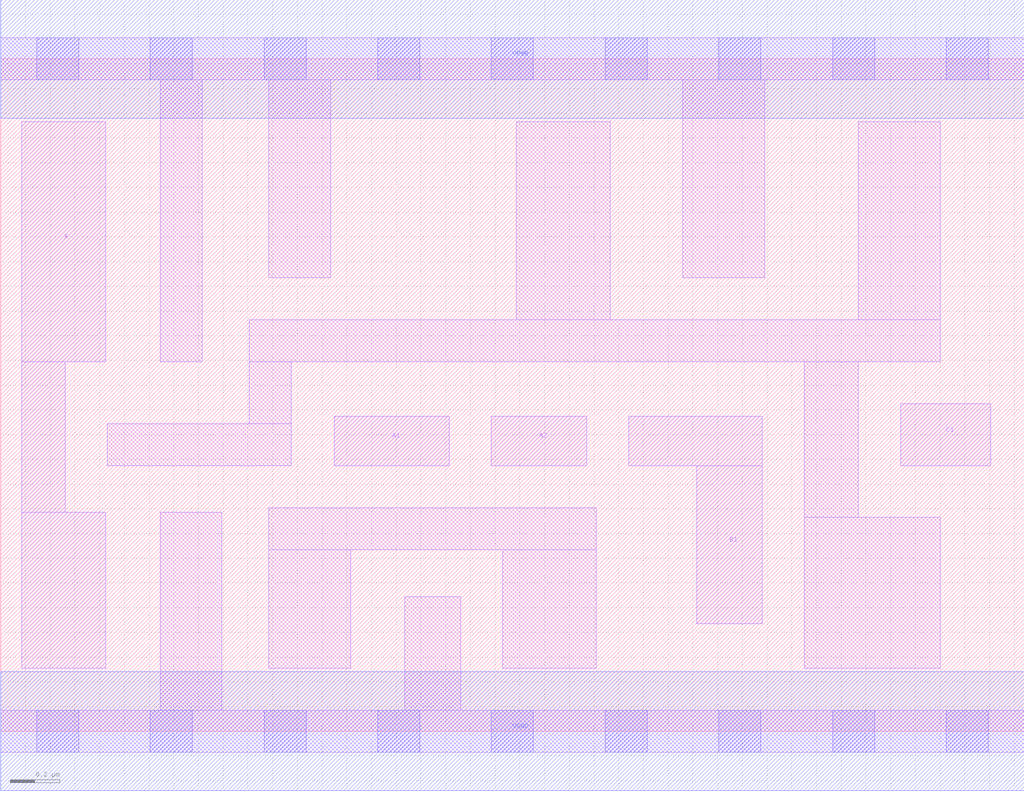
<source format=lef>
# Copyright 2020 The SkyWater PDK Authors
#
# Licensed under the Apache License, Version 2.0 (the "License");
# you may not use this file except in compliance with the License.
# You may obtain a copy of the License at
#
#     https://www.apache.org/licenses/LICENSE-2.0
#
# Unless required by applicable law or agreed to in writing, software
# distributed under the License is distributed on an "AS IS" BASIS,
# WITHOUT WARRANTIES OR CONDITIONS OF ANY KIND, either express or implied.
# See the License for the specific language governing permissions and
# limitations under the License.
#
# SPDX-License-Identifier: Apache-2.0

VERSION 5.7 ;
  NOWIREEXTENSIONATPIN ON ;
  DIVIDERCHAR "/" ;
  BUSBITCHARS "[]" ;
UNITS
  DATABASE MICRONS 200 ;
END UNITS
PROPERTYDEFINITIONS
  MACRO maskLayoutSubType STRING ;
  MACRO prCellType STRING ;
  MACRO originalViewName STRING ;
END PROPERTYDEFINITIONS
MACRO sky130_fd_sc_hdll__o211a_1
  CLASS CORE ;
  FOREIGN sky130_fd_sc_hdll__o211a_1 ;
  ORIGIN  0.000000  0.000000 ;
  SIZE  4.140000 BY  2.720000 ;
  SYMMETRY X Y R90 ;
  SITE unithd ;
  PIN A1
    ANTENNAGATEAREA  0.277500 ;
    DIRECTION INPUT ;
    USE SIGNAL ;
    PORT
      LAYER li1 ;
        RECT 1.350000 1.075000 1.815000 1.275000 ;
    END
  END A1
  PIN A2
    ANTENNAGATEAREA  0.277500 ;
    DIRECTION INPUT ;
    USE SIGNAL ;
    PORT
      LAYER li1 ;
        RECT 1.985000 1.075000 2.370000 1.275000 ;
    END
  END A2
  PIN B1
    ANTENNAGATEAREA  0.277500 ;
    DIRECTION INPUT ;
    USE SIGNAL ;
    PORT
      LAYER li1 ;
        RECT 2.540000 1.075000 3.080000 1.275000 ;
        RECT 2.815000 0.435000 3.080000 1.075000 ;
    END
  END B1
  PIN C1
    ANTENNAGATEAREA  0.277500 ;
    DIRECTION INPUT ;
    USE SIGNAL ;
    PORT
      LAYER li1 ;
        RECT 3.640000 1.075000 4.005000 1.325000 ;
    END
  END C1
  PIN VGND
    ANTENNADIFFAREA  0.445250 ;
    DIRECTION INOUT ;
    USE SIGNAL ;
    PORT
      LAYER met1 ;
        RECT 0.000000 -0.240000 4.140000 0.240000 ;
    END
  END VGND
  PIN VPWR
    ANTENNADIFFAREA  1.070000 ;
    DIRECTION INOUT ;
    USE SIGNAL ;
    PORT
      LAYER met1 ;
        RECT 0.000000 2.480000 4.140000 2.960000 ;
    END
  END VPWR
  PIN X
    ANTENNADIFFAREA  0.439000 ;
    DIRECTION OUTPUT ;
    USE SIGNAL ;
    PORT
      LAYER li1 ;
        RECT 0.085000 0.255000 0.425000 0.885000 ;
        RECT 0.085000 0.885000 0.260000 1.495000 ;
        RECT 0.085000 1.495000 0.425000 2.465000 ;
    END
  END X
  OBS
    LAYER li1 ;
      RECT 0.000000 -0.085000 4.140000 0.085000 ;
      RECT 0.000000  2.635000 4.140000 2.805000 ;
      RECT 0.430000  1.075000 1.175000 1.245000 ;
      RECT 0.645000  0.085000 0.895000 0.885000 ;
      RECT 0.645000  1.495000 0.815000 2.635000 ;
      RECT 1.005000  1.245000 1.175000 1.495000 ;
      RECT 1.005000  1.495000 3.800000 1.665000 ;
      RECT 1.085000  0.255000 1.415000 0.735000 ;
      RECT 1.085000  0.735000 2.410000 0.905000 ;
      RECT 1.085000  1.835000 1.335000 2.635000 ;
      RECT 1.635000  0.085000 1.860000 0.545000 ;
      RECT 2.030000  0.255000 2.410000 0.735000 ;
      RECT 2.085000  1.665000 2.465000 2.465000 ;
      RECT 2.760000  1.835000 3.090000 2.635000 ;
      RECT 3.250000  0.255000 3.800000 0.865000 ;
      RECT 3.250000  0.865000 3.470000 1.495000 ;
      RECT 3.470000  1.665000 3.800000 2.465000 ;
    LAYER mcon ;
      RECT 0.145000 -0.085000 0.315000 0.085000 ;
      RECT 0.145000  2.635000 0.315000 2.805000 ;
      RECT 0.605000 -0.085000 0.775000 0.085000 ;
      RECT 0.605000  2.635000 0.775000 2.805000 ;
      RECT 1.065000 -0.085000 1.235000 0.085000 ;
      RECT 1.065000  2.635000 1.235000 2.805000 ;
      RECT 1.525000 -0.085000 1.695000 0.085000 ;
      RECT 1.525000  2.635000 1.695000 2.805000 ;
      RECT 1.985000 -0.085000 2.155000 0.085000 ;
      RECT 1.985000  2.635000 2.155000 2.805000 ;
      RECT 2.445000 -0.085000 2.615000 0.085000 ;
      RECT 2.445000  2.635000 2.615000 2.805000 ;
      RECT 2.905000 -0.085000 3.075000 0.085000 ;
      RECT 2.905000  2.635000 3.075000 2.805000 ;
      RECT 3.365000 -0.085000 3.535000 0.085000 ;
      RECT 3.365000  2.635000 3.535000 2.805000 ;
      RECT 3.825000 -0.085000 3.995000 0.085000 ;
      RECT 3.825000  2.635000 3.995000 2.805000 ;
  END
  PROPERTY maskLayoutSubType "abstract" ;
  PROPERTY prCellType "standard" ;
  PROPERTY originalViewName "layout" ;
END sky130_fd_sc_hdll__o211a_1
END LIBRARY

</source>
